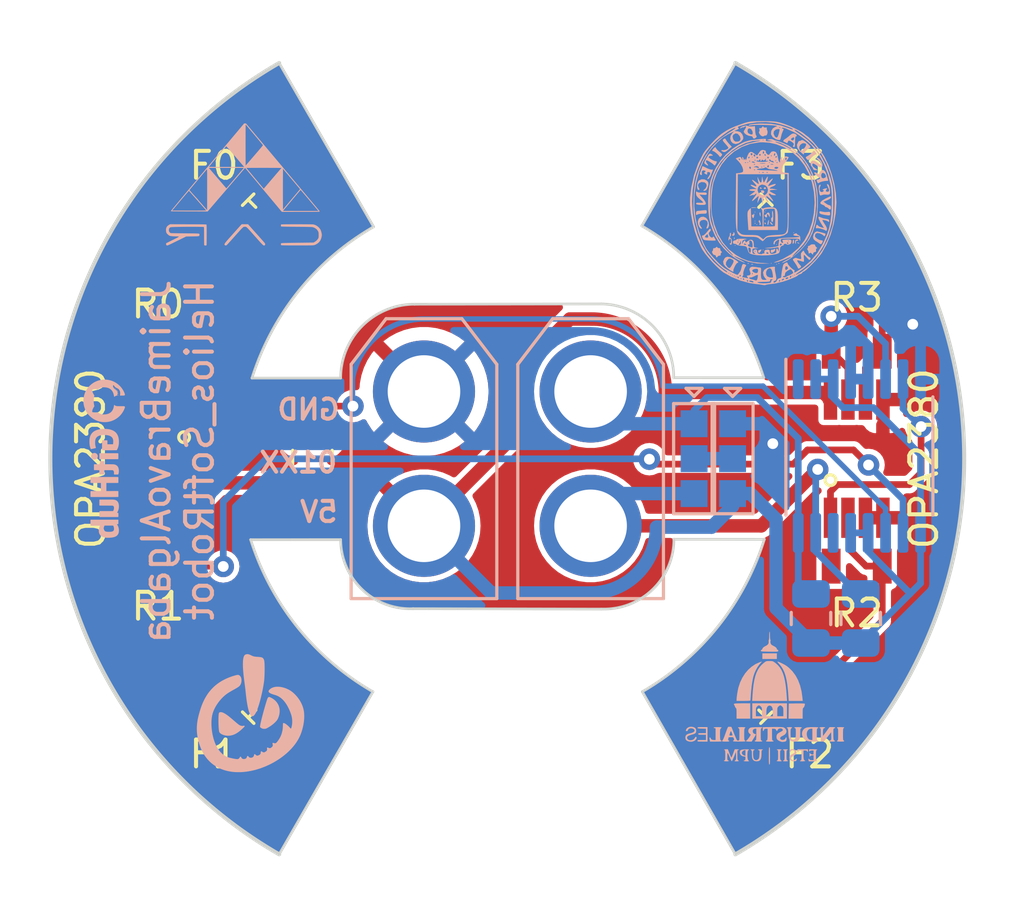
<source format=kicad_pcb>
(kicad_pcb (version 20221018) (generator pcbnew)
  (layers (0 "F.Cu" signal) (31 "B.Cu" signal) (34 "B.Paste" user) (35 "F.Paste" user) (36 "B.SilkS" user "B.Silkscreen") (37 "F.SilkS" user "F.Silkscreen") (38 "B.Mask" user) (39 "F.Mask" user) (44 "Edge.Cuts" user))
  (net 0 "")
  (net 1 "Net-(F0-K)")
  (net 2 "GND")
  (net 3 "Net-(F1-K)")
  (net 4 "Net-(F2-K)")
  (net 5 "Net-(F3-K)")
  (net 6 "SCL")
  (net 7 "SDA")
  (net 8 "Net-(JP1-C)")
  (net 9 "VCC")
  (net 10 "F0")
  (net 11 "F1")
  (net 12 "F2")
  (net 13 "F3")
  (footprint "Helios:OPA2380" (layer "F.Cu") (at 178 100)
    (fp_text reference "U1" hide)
    (fp_text value "OPA2380" (at 2.5 0 90) (layer "F.SilkS"))
    (pad "1" smd rect (at -0.975 2.2) (size 0.5 1.5) (layers "F.Cu" "F.Paste" "F.Mask") (net 12 "F2"))
    (pad "2" smd rect (at -0.325 2.2) (size 0.5 1.5) (layers "F.Cu" "F.Paste" "F.Mask") (net 4 "Net-(F2-K)"))
    (pad "3" smd rect (at 0.325 2.2) (size 0.5 1.5) (layers "F.Cu" "F.Paste" "F.Mask") (net 2 "GND"))
    (pad "4" smd rect (at 0.975 2.2) (size 0.5 1.5) (layers "F.Cu" "F.Paste" "F.Mask") (net 2 "GND"))
    (pad "5" smd rect (at 0.975 -2.2) (size 0.5 1.5) (layers "F.Cu" "F.Paste" "F.Mask") (net 2 "GND"))
    (pad "6" smd rect (at 0.325 -2.2) (size 0.5 1.5) (layers "F.Cu" "F.Paste" "F.Mask") (net 5 "Net-(F3-K)"))
    (pad "7" smd rect (at -0.325 -2.2) (size 0.5 1.5) (layers "F.Cu" "F.Paste" "F.Mask") (net 13 "F3"))
    (pad "8" smd rect (at -0.975 -2.2) (size 0.5 1.5) (layers "F.Cu" "F.Paste" "F.Mask") (net 9 "VCC"))
  )
  (footprint "Capacitor_SMD:C_0805_2012Metric" (layer "F.Cu") (at 157.75 99.95 -90)
    (fp_text reference "C1" hide)
    (fp_text value "C")
    (pad "1" smd roundrect (at -0.95 0 270) (size 1 1.45) (layers "F.Cu" "F.Paste" "F.Mask") (net 2 "GND"))
    (pad "2" smd roundrect (at 0.95 0 270) (size 1 1.45) (layers "F.Cu" "F.Paste" "F.Mask") (net 9 "VCC"))
  )
  (footprint "Helios:RS_0805" (layer "F.Cu") (at 152 96 180)
    (fp_text reference "R0" (at 0 1.75) (layer "F.SilkS"))
    (fp_text value "Rf")
    (pad "1" smd rect (at -0.95 0 180) (size 0.7 1.3) (layers "F.Cu" "F.Paste" "F.Mask") (net 10 "F0"))
    (pad "2" smd rect (at 0.95 0 180) (size 0.7 1.3) (layers "F.Cu" "F.Paste" "F.Mask") (net 1 "Net-(F0-K)"))
  )
  (footprint "Helios:SFH2704_Photodiode" (layer "F.Cu") (at 174.5 109.5 -135)
    (fp_text reference "F2" (at -0.176777 -2.298097) (layer "F.SilkS"))
    (fp_text value "SFH2704" hide)
    (pad "1" smd rect (at 0 -0.7 225) (size 1.9 0.4) (layers "F.Cu" "F.Paste" "F.Mask") (net 4 "Net-(F2-K)"))
    (pad "2" smd rect (at 0 0.7 225) (size 1.9 0.4) (layers "F.Cu" "F.Paste" "F.Mask") (net 2 "GND"))
  )
  (footprint "Helios:SFH2704_Photodiode" (layer "F.Cu") (at 155.5 90.5 45)
    (fp_text reference "F0" (at 0 -2.000001 180) (layer "F.SilkS"))
    (fp_text value "SFH2704" hide)
    (pad "1" smd rect (at 0 -0.7 45) (size 1.9 0.4) (layers "F.Cu" "F.Paste" "F.Mask") (net 1 "Net-(F0-K)"))
    (pad "2" smd rect (at 0 0.7 45) (size 1.9 0.4) (layers "F.Cu" "F.Paste" "F.Mask") (net 2 "GND"))
  )
  (footprint "Helios:RS_0805" (layer "F.Cu") (at 178 96)
    (fp_text reference "R3" (at 0 -2) (layer "F.SilkS"))
    (fp_text value "Rf")
    (pad "1" smd rect (at -0.95 0) (size 0.7 1.3) (layers "F.Cu" "F.Paste" "F.Mask") (net 13 "F3"))
    (pad "2" smd rect (at 0.95 0) (size 0.7 1.3) (layers "F.Cu" "F.Paste" "F.Mask") (net 5 "Net-(F3-K)"))
  )
  (footprint "Helios:OPA2380" (layer "F.Cu") (at 152 100 180)
    (fp_text reference "U0" hide)
    (fp_text value "OPA2380" (at 2.5 0 270) (layer "F.SilkS"))
    (pad "1" smd rect (at -0.975 2.2 180) (size 0.5 1.5) (layers "F.Cu" "F.Paste" "F.Mask") (net 10 "F0"))
    (pad "2" smd rect (at -0.325 2.2 180) (size 0.5 1.5) (layers "F.Cu" "F.Paste" "F.Mask") (net 1 "Net-(F0-K)"))
    (pad "3" smd rect (at 0.325 2.2 180) (size 0.5 1.5) (layers "F.Cu" "F.Paste" "F.Mask") (net 2 "GND"))
    (pad "4" smd rect (at 0.975 2.2 180) (size 0.5 1.5) (layers "F.Cu" "F.Paste" "F.Mask") (net 2 "GND"))
    (pad "5" smd rect (at 0.975 -2.2 180) (size 0.5 1.5) (layers "F.Cu" "F.Paste" "F.Mask") (net 2 "GND"))
    (pad "6" smd rect (at 0.325 -2.2 180) (size 0.5 1.5) (layers "F.Cu" "F.Paste" "F.Mask") (net 3 "Net-(F1-K)"))
    (pad "7" smd rect (at -0.325 -2.2 180) (size 0.5 1.5) (layers "F.Cu" "F.Paste" "F.Mask") (net 11 "F1"))
    (pad "8" smd rect (at -0.975 -2.2 180) (size 0.5 1.5) (layers "F.Cu" "F.Paste" "F.Mask") (net 9 "VCC"))
  )
  (footprint "Helios:SFH2704_Photodiode" (layer "F.Cu") (at 174.5 90.5 -45)
    (fp_text reference "F3" (at 0 -2.000001) (layer "F.SilkS"))
    (fp_text value "SFH2704" hide)
    (pad "1" smd rect (at 0 -0.7 315) (size 1.9 0.4) (layers "F.Cu" "F.Paste" "F.Mask") (net 5 "Net-(F3-K)"))
    (pad "2" smd rect (at 0 0.7 315) (size 1.9 0.4) (layers "F.Cu" "F.Paste" "F.Mask") (net 2 "GND"))
  )
  (footprint "Helios:SFH2704_Photodiode" (layer "F.Cu") (at 155.5 109.5 135)
    (fp_text reference "F1" (at -0.06066 -2.06066 180) (layer "F.SilkS"))
    (fp_text value "SFH2704" hide)
    (pad "1" smd rect (at 0 -0.7 135) (size 1.9 0.4) (layers "F.Cu" "F.Paste" "F.Mask") (net 3 "Net-(F1-K)"))
    (pad "2" smd rect (at 0 0.7 135) (size 1.9 0.4) (layers "F.Cu" "F.Paste" "F.Mask") (net 2 "GND"))
  )
  (footprint "Helios:RS_0805" (layer "F.Cu") (at 178 104)
    (fp_text reference "R2" (at 0 1.75) (layer "F.SilkS"))
    (fp_text value "Rf")
    (pad "1" smd rect (at -0.95 0) (size 0.7 1.3) (layers "F.Cu" "F.Paste" "F.Mask") (net 12 "F2"))
    (pad "2" smd rect (at 0.95 0) (size 0.7 1.3) (layers "F.Cu" "F.Paste" "F.Mask") (net 4 "Net-(F2-K)"))
  )
  (footprint "Helios:RS_0805" (layer "F.Cu") (at 152 104 180)
    (fp_text reference "R1" (at 0 -1.5) (layer "F.SilkS"))
    (fp_text value "Rf")
    (pad "1" smd rect (at -0.95 0 180) (size 0.7 1.3) (layers "F.Cu" "F.Paste" "F.Mask") (net 11 "F1"))
    (pad "2" smd rect (at 0.95 0 180) (size 0.7 1.3) (layers "F.Cu" "F.Paste" "F.Mask") (net 3 "Net-(F1-K)"))
  )
  (footprint "LOGO" (layer "B.Cu") (at 150 100 -90)
    (fp_text reference "G***" hide)
    (fp_text value "LOGO" hide)
  )
  (footprint "Resistor_SMD:R_0805_2012Metric" (layer "B.Cu") (at 178.15 105.95 90)
    (fp_text reference "R5" hide)
    (fp_text value "Rf")
    (pad "1" smd roundrect (at -0.9125 0 90) (size 1.025 1.4) (layers "B.Cu" "B.Paste" "B.Mask") (roundrect_rratio 0.243902439) (net 9 "VCC"))
    (pad "2" smd roundrect (at 0.9125 0 90) (size 1.025 1.4) (layers "B.Cu" "B.Paste" "B.Mask") (roundrect_rratio 0.243902439) (net 7 "SDA"))
  )
  (footprint "Jumper:SolderJumper-3_P1.3mm_Open_Pad1.0x1.5mm" (layer "B.Cu") (at 171.95 100 -90)
    (fp_text reference "JP2" hide)
    (fp_text value "Jumper_3_Open")
    (pad "1" smd rect (at -1.3 0 270) (size 1 1) (layers "B.Cu" "B.Mask") (net 6 "SCL"))
    (pad "2" smd rect (at 0 0 270) (size 1 1) (layers "B.Cu" "B.Mask") (net 8 "Net-(JP1-C)"))
    (pad "3" smd rect (at 1.3 0 270) (size 1 1) (layers "B.Cu" "B.Mask") (net 7 "SDA"))
  )
  (footprint "Package_SO:TSSOP-16_4.4x5mm_P0.65mm" (layer "B.Cu") (at 178.1 99.9 -90)
    (fp_text reference "U2" hide)
    (fp_text value "ADS112C04IPWR")
    (pad "1" smd roundrect (at -2.8625 2.275 270) (size 1.475 0.4) (layers "B.Cu" "B.Paste" "B.Mask") (net 8 "Net-(JP1-C)"))
    (pad "2" smd roundrect (at -2.8625 1.625 270) (size 1.475 0.4) (layers "B.Cu" "B.Paste" "B.Mask") (net 9 "VCC"))
    (pad "3" smd roundrect (at -2.8625 0.975 270) (size 1.475 0.4) (layers "B.Cu" "B.Paste" "B.Mask") (net 9 "VCC"))
    (pad "4" smd roundrect (at -2.8625 0.325 270) (size 1.475 0.4) (layers "B.Cu" "B.Paste" "B.Mask") (net 2 "GND"))
    (pad "5" smd roundrect (at -2.8625 -0.325 270) (size 1.475 0.4) (layers "B.Cu" "B.Paste" "B.Mask") (net 2 "GND"))
    (pad "6" smd roundrect (at -2.8625 -0.975 270) (size 1.475 0.4) (layers "B.Cu" "B.Paste" "B.Mask") (net 13 "F3"))
    (pad "7" smd roundrect (at -2.8625 -1.625 270) (size 1.475 0.4) (layers "B.Cu" "B.Paste" "B.Mask") (net 12 "F2"))
    (pad "8" smd roundrect (at -2.8625 -2.275 270) (size 1.475 0.4) (layers "B.Cu" "B.Paste" "B.Mask") (net 2 "GND"))
    (pad "9" smd roundrect (at 2.8625 -2.275 270) (size 1.475 0.4) (layers "B.Cu" "B.Paste" "B.Mask") (net 9 "VCC"))
    (pad "10" smd roundrect (at 2.8625 -1.625 270) (size 1.475 0.4) (layers "B.Cu" "B.Paste" "B.Mask") (net 11 "F1"))
    (pad "11" smd roundrect (at 2.8625 -0.975 270) (size 1.475 0.4) (layers "B.Cu" "B.Paste" "B.Mask") (net 10 "F0"))
    (pad "12" smd roundrect (at 2.8625 -0.325 270) (size 1.475 0.4) (layers "B.Cu" "B.Paste" "B.Mask") (net 9 "VCC"))
    (pad "13" smd roundrect (at 2.8625 0.325 270) (size 1.475 0.4) (layers "B.Cu" "B.Paste" "B.Mask") (net 9 "VCC"))
    (pad "14" smd roundrect (at 2.8625 0.975 270) (size 1.475 0.4) (layers "B.Cu" "B.Paste" "B.Mask"))
    (pad "15" smd roundrect (at 2.8625 1.625 270) (size 1.475 0.4) (layers "B.Cu" "B.Paste" "B.Mask") (net 7 "SDA"))
    (pad "16" smd roundrect (at 2.8625 2.275 270) (size 1.475 0.4) (layers "B.Cu" "B.Paste" "B.Mask") (net 6 "SCL"))
  )
  (footprint "LOGO" (layer "B.Cu") (at 155.448 109.474 180)
    (fp_text reference "G***" hide)
    (fp_text value "LOGO" hide)
  )
  (footprint "Resistor_SMD:R_0805_2012Metric" (layer "B.Cu") (at 176.3 105.95 90)
    (fp_text reference "R4" hide)
    (fp_text value "Rf")
    (pad "1" smd roundrect (at -0.9125 0 90) (size 1.025 1.4) (layers "B.Cu" "B.Paste" "B.Mask") (roundrect_rratio 0.243902439) (net 9 "VCC"))
    (pad "2" smd roundrect (at 0.9125 0 90) (size 1.025 1.4) (layers "B.Cu" "B.Paste" "B.Mask") (roundrect_rratio 0.243902439) (net 6 "SCL"))
  )
  (footprint "Jumper:SolderJumper-3_P1.3mm_Open_Pad1.0x1.5mm" (layer "B.Cu") (at 173.3825 100 -90)
    (fp_text reference "JP1" hide)
    (fp_text value "Jumper_3_Open")
    (pad "1" smd rect (at -1.3 0 270) (size 1 1) (layers "B.Cu" "B.Mask") (net 2 "GND"))
    (pad "2" smd rect (at 0 0 270) (size 1 1) (layers "B.Cu" "B.Mask") (net 8 "Net-(JP1-C)"))
    (pad "3" smd rect (at 1.3 0 270) (size 1 1) (layers "B.Cu" "B.Mask") (net 9 "VCC"))
  )
  (footprint "LOGO" (layer "B.Cu") (at 155.194 89.789 180)
    (fp_text reference "G***" hide)
    (fp_text value "LOGO" hide)
  )
  (footprint "LOGO" (layer "B.Cu") (at 174.625 109.093 180)
    (fp_text reference "G***" hide)
    (fp_text value "LOGO" hide)
  )
  (footprint "XTConnectors:XT30U-M_1x02_P5.0mm_Vertical" (layer "B.Cu") (at 168.1 97.5 -90)
    (fp_text reference "J2" hide)
    (fp_text value "I2C")
    (pad "1" thru_hole circle (at 0 0 270) (size 3.8 3.8) (drill 2.7) (layers "*.Cu" "*.Mask") (net 6 "SCL"))
    (pad "2" thru_hole circle (at 5 0 270) (size 3.8 3.8) (drill 2.7) (layers "*.Cu" "*.Mask") (net 7 "SDA"))
  )
  (footprint "XTConnectors:XT30U-M_1x02_P5.0mm_Vertical" (layer "B.Cu") (at 161.9 97.5 -90)
    (fp_text reference "J1" hide)
    (fp_text value "POW")
    (pad "1" thru_hole circle (at 0 0 270) (size 3.8 3.8) (drill 2.7) (layers "*.Cu" "*.Mask") (net 2 "GND"))
    (pad "2" thru_hole circle (at 5 0 270) (size 3.8 3.8) (drill 2.7) (layers "*.Cu" "*.Mask") (net 9 "VCC"))
  )
  (footprint "LOGO" (layer "B.Cu") (at 174.5 90.5 180)
    (fp_text reference "G***" hide)
    (fp_text value "LOGO" hide)
  )
  (gr_line (start 161.499588 105.584388) (end 168.5 105.6) (stroke (width 0.1)) (layer "Edge.Cuts"))
  (gr_line (start 160.025772 91.368253) (end 156.511923 85.270692) (stroke (width 0.1)) (layer "Edge.Cuts"))
  (gr_arc (start 160 108.676765) (mid 157.193985 106.273147) (end 155.450535 103.01562) (stroke (width 0.1)) (layer "Edge.Cuts"))
  (gr_line (start 160 108.676765) (end 156.511923 114.729308) (stroke (width 0.1)) (layer "Edge.Cuts"))
  (gr_line (start 174.54251 96.986576) (end 171.193182 96.985418) (stroke (width 0.1)) (layer "Edge.Cuts"))
  (gr_arc (start 168.495716 94.239956) (mid 170.408834 95.058168) (end 171.193182 96.985418) (stroke (width 0.1)) (layer "Edge.Cuts"))
  (gr_line (start 161.55 94.25) (end 168.495716 94.239956) (stroke (width 0.1)) (layer "Edge.Cuts"))
  (gr_arc (start 156.511923 114.729308) (mid 147.999382 100) (end 156.511923 85.270692) (stroke (width 0.15)) (layer "Edge.Cuts"))
  (gr_arc (start 171.2 103.001201) (mid 170.402281 104.873392) (end 168.500126 105.59676) (stroke (width 0.1)) (layer "Edge.Cuts"))
  (gr_line (start 170.02417 108.675165) (end 173.48684 114.729308) (stroke (width 0.1)) (layer "Edge.Cuts"))
  (gr_arc (start 155.5 97) (mid 157.234373 93.759404) (end 160.025772 91.368253) (stroke (width 0.1)) (layer "Edge.Cuts"))
  (gr_arc (start 170.007011 91.335701) (mid 172.804181 93.736216) (end 174.54251 96.986576) (stroke (width 0.1)) (layer "Edge.Cuts"))
  (gr_line (start 173.48684 85.270692) (end 170.007011 91.335701) (stroke (width 0.1)) (layer "Edge.Cuts"))
  (gr_arc (start 174.564203 103.004462) (mid 172.825879 106.265493) (end 170.02417 108.675165) (stroke (width 0.1)) (layer "Edge.Cuts"))
  (gr_line (start 171.2 103.001201) (end 174.564203 103.004462) (stroke (width 0.1)) (layer "Edge.Cuts"))
  (gr_line (start 155.450535 103.01562) (end 158.8 103.013217) (stroke (width 0.1)) (layer "Edge.Cuts"))
  (gr_line (start 155.5 97) (end 158.8 97) (stroke (width 0.1)) (layer "Edge.Cuts"))
  (gr_arc (start 161.499588 105.584388) (mid 159.602712 104.873208) (end 158.8 103.013217) (stroke (width 0.1)) (layer "Edge.Cuts"))
  (gr_arc (start 158.8 97) (mid 159.605456 95.055456) (end 161.55 94.25) (stroke (width 0.1)) (layer "Edge.Cuts"))
  (gr_arc (start 173.48684 85.270692) (mid 181.999381 100) (end 173.48684 114.729308) (stroke (width 0.15)) (layer "Edge.Cuts"))
  (gr_text "JaimeBravoAlgaba\nHelios_SoftRobot" (at 152.75 93.25 90) (layer "B.SilkS") (effects (font (size 1 1)) (justify left mirror)))
  (gr_text "GND" (at 157.607 98.171) (layer "B.SilkS") (effects (font (size 0.75 0.75)) (justify mirror)))
  (gr_text "01XX" (at 158.75 100.584) (layer "B.SilkS") (effects (font (size 0.75 0.75)) (justify left bottom mirror)))
  (gr_text "5V" (at 157.988 101.981) (layer "B.SilkS") (effects (font (size 0.75 0.75)) (justify mirror)))
  (segment (start 151.425 96) (end 152.325 96.9) (width 0.25) (layer "F.Cu") (net 1))
  (segment (start 151.05 93.96005) (end 151.05 96) (width 0.25) (layer "F.Cu") (net 1))
  (segment (start 151.05 96) (end 151.425 96) (width 0.25) (layer "F.Cu") (net 1))
  (segment (start 152.325 96.9) (end 152.325 97.8) (width 0.25) (layer "F.Cu") (net 1))
  (segment (start 155.005025 90.005025) (end 151.05 93.96005) (width 0.25) (layer "F.Cu") (net 1))
  (via (at 180.086 94.996) (size 0.8) (drill 0.4) (layers "F.Cu" "B.Cu") (net 2))
  (via (at 174.879 99.441) (size 0.8) (drill 0.4) (layers "F.Cu" "B.Cu") (net 2))
  (segment (start 151.05 104) (end 151.675 103.375) (width 0.25) (layer "F.Cu") (net 3))
  (segment (start 155.005025 109.994975) (end 151.05 106.03995) (width 0.25) (layer "F.Cu") (net 3))
  (segment (start 151.675 103.375) (end 151.675 102.2) (width 0.25) (layer "F.Cu") (net 3))
  (segment (start 151.05 106.03995) (end 151.05 104) (width 0.25) (layer "F.Cu") (net 3))
  (segment (start 178.95 104) (end 178.35 104) (width 0.25) (layer "F.Cu") (net 4))
  (segment (start 177.75 103.4) (end 177.75 102.275) (width 0.25) (layer "F.Cu") (net 4))
  (segment (start 178.35 104) (end 177.75 103.4) (width 0.25) (layer "F.Cu") (net 4))
  (segment (start 174.994975 109.994975) (end 178.95 106.03995) (width 0.25) (layer "F.Cu") (net 4))
  (segment (start 178.95 106.03995) (end 178.95 104) (width 0.25) (layer "F.Cu") (net 4))
  (segment (start 177.75 102.275) (end 177.675 102.2) (width 0.25) (layer "F.Cu") (net 4))
  (segment (start 178.95 96) (end 178.325 96.625) (width 0.25) (layer "F.Cu") (net 5))
  (segment (start 178.325 96.625) (end 178.325 97.8) (width 0.25) (layer "F.Cu") (net 5))
  (segment (start 178.95 93.96005) (end 178.95 96) (width 0.25) (layer "F.Cu") (net 5))
  (segment (start 174.994975 90.005025) (end 178.95 93.96005) (width 0.25) (layer "F.Cu") (net 5))
  (segment (start 171.95 98.2) (end 171.95 98.7) (width 0.25) (layer "B.Cu") (net 6))
  (segment (start 175.825 99.244) (end 174.306 97.725) (width 0.25) (layer "B.Cu") (net 6))
  (segment (start 175.825 102.7625) (end 175.825 99.244) (width 0.25) (layer "B.Cu") (net 6))
  (segment (start 172.425 97.725) (end 171.95 98.2) (width 0.25) (layer "B.Cu") (net 6))
  (segment (start 175.825 102.7625) (end 175.825 104.5625) (width 0.25) (layer "B.Cu") (net 6))
  (segment (start 169.3 98.7) (end 168.1 97.5) (width 0.5) (layer "B.Cu") (net 6))
  (segment (start 175.825 104.5625) (end 176.3 105.0375) (width 0.25) (layer "B.Cu") (net 6))
  (segment (start 171.95 98.7) (end 169.3 98.7) (width 0.5) (layer "B.Cu") (net 6))
  (segment (start 174.306 97.725) (end 172.425 97.725) (width 0.25) (layer "B.Cu") (net 6))
  (segment (start 174.45 102.5) (end 168.1 102.5) (width 0.5) (layer "F.Cu") (net 7))
  (segment (start 176.5495 100.4005) (end 174.45 102.5) (width 0.5) (layer "F.Cu") (net 7))
  (via (at 176.5495 100.4005) (size 0.8) (drill 0.4) (layers "F.Cu" "B.Cu") (net 7))
  (segment (start 171.95 101.3) (end 169.3 101.3) (width 0.5) (layer "B.Cu") (net 7))
  (segment (start 178.061459 105.0375) (end 178.15 105.0375) (width 0.25) (layer "B.Cu") (net 7))
  (segment (start 176.475 102.7625) (end 176.475 103.451041) (width 0.25) (layer "B.Cu") (net 7))
  (segment (start 176.5495 100.4005) (end 176.475 100.475) (width 0.25) (layer "B.Cu") (net 7))
  (segment (start 176.475 103.451041) (end 178.061459 105.0375) (width 0.25) (layer "B.Cu") (net 7))
  (segment (start 169.3 101.3) (end 168.1 102.5) (width 0.5) (layer "B.Cu") (net 7))
  (segment (start 176.475 100.475) (end 176.475 102.7625) (width 0.25) (layer "B.Cu") (net 7))
  (segment (start 171.95 100) (end 173.3825 100) (width 0.5) (layer "B.Cu") (net 8))
  (segment (start 157.75 100.9) (end 154.275 100.9) (width 0.5) (layer "F.Cu") (net 9))
  (segment (start 176.975 97.8) (end 176.975 97.75) (width 0.5) (layer "F.Cu") (net 9))
  (segment (start 176.761 97.536) (end 170.882484 97.536) (width 0.5) (layer "F.Cu") (net 9))
  (segment (start 165.608 96.52) (end 165.608 98.792) (width 0.5) (layer "F.Cu") (net 9))
  (segment (start 165.608 98.792) (end 161.9 102.5) (width 0.5) (layer "F.Cu") (net 9))
  (segment (start 157.75 100.9) (end 160.3 100.9) (width 0.5) (layer "F.Cu") (net 9))
  (segment (start 154.275 100.9) (end 153.025 102.15) (width 0.5) (layer "F.Cu") (net 9))
  (segment (start 176.975 97.75) (end 176.761 97.536) (width 0.5) (layer "F.Cu") (net 9))
  (segment (start 153.025 102.15) (end 153.025 102.2) (width 0.5) (layer "F.Cu") (net 9))
  (segment (start 168.149215 94.801516) (end 167.326484 94.801516) (width 0.5) (layer "F.Cu") (net 9))
  (segment (start 160.3 100.9) (end 161.9 102.5) (width 0.5) (layer "F.Cu") (net 9))
  (segment (start 167.326484 94.801516) (end 165.608 96.52) (width 0.5) (layer "F.Cu") (net 9))
  (arc (start 170.882484 97.536) (mid 170.081999 95.60286) (end 168.149215 94.801516) (width 0.5) (layer "F.Cu") (net 9))
  (segment (start 174.05 101.3) (end 175 102.25) (width 0.5) (layer "B.Cu") (net 9))
  (segment (start 179.98125 105.007291) (end 179.98125 105.03125) (width 0.25) (layer "B.Cu") (net 9))
  (segment (start 161.9 102.5) (end 164.4 105) (width 0.5) (layer "B.Cu") (net 9))
  (segment (start 172.6 102.55) (end 170.55 102.55) (width 0.5) (layer "B.Cu") (net 9))
  (segment (start 180.375 102.7625) (end 180.375 104.6375) (width 0.25) (layer "B.Cu") (net 9))
  (segment (start 177.125 97.0375) (end 177.125 97.726041) (width 0.25) (layer "B.Cu") (net 9))
  (segment (start 175 105.5625) (end 176.3 106.8625) (width 0.5) (layer "B.Cu") (net 9))
  (segment (start 180.375 99.857) (end 180.375 102.7625) (width 0.25) (layer "B.Cu") (net 9))
  (segment (start 180.375 104.6375) (end 179.98125 105.03125) (width 0.25) (layer "B.Cu") (net 9))
  (segment (start 176.3 106.8625) (end 178.15 106.8625) (width 0.5) (layer "B.Cu") (net 9))
  (segment (start 178.425 102.7625) (end 178.425 103.451041) (width 0.25) (layer "B.Cu") (net 9))
  (segment (start 179.98125 105.03125) (end 178.15 106.8625) (width 0.25) (layer "B.Cu") (net 9))
  (segment (start 178.425 103.451041) (end 179.98125 105.007291) (width 0.25) (layer "B.Cu") (net 9))
  (segment (start 173.3825 101.3) (end 173.3825 101.7675) (width 0.5) (layer "B.Cu") (net 9))
  (segment (start 175 102.25) (end 175 105.5625) (width 0.5) (layer "B.Cu") (net 9))
  (segment (start 178.618 98.1) (end 180.375 99.857) (width 0.25) (layer "B.Cu") (net 9))
  (segment (start 177.775 102.7625) (end 178.425 102.7625) (width 0.25) (layer "B.Cu") (net 9))
  (segment (start 177.125 97.0375) (end 176.475 97.0375) (width 0.25) (layer "B.Cu") (net 9))
  (segment (start 173.3825 101.3) (end 174.05 101.3) (width 0.5) (layer "B.Cu") (net 9))
  (segment (start 177.498959 98.1) (end 178.618 98.1) (width 0.25) (layer "B.Cu") (net 9))
  (segment (start 164.4 105) (end 168.1 105) (width 0.5) (layer "B.Cu") (net 9))
  (segment (start 173.3825 101.7675) (end 172.6 102.55) (width 0.5) (layer "B.Cu") (net 9))
  (segment (start 177.125 97.726041) (end 177.498959 98.1) (width 0.25) (layer "B.Cu") (net 9))
  (arc (start 170.55 102.55) (mid 169.832412 104.282412) (end 168.1 105) (width 0.5) (layer "B.Cu") (net 9))
  (segment (start 153.219 98.044) (end 152.975 97.8) (width 0.25) (layer "F.Cu") (net 10))
  (segment (start 152.95 97.775) (end 152.975 97.8) (width 0.25) (layer "F.Cu") (net 10))
  (segment (start 152.95 96) (end 152.95 97.775) (width 0.25) (layer "F.Cu") (net 10))
  (segment (start 159.258 98.044) (end 153.219 98.044) (width 0.25) (layer "F.Cu") (net 10))
  (via (at 159.258 98.044) (size 0.8) (drill 0.4) (layers "F.Cu" "B.Cu") (net 10))
  (segment (start 159.241709 98.027709) (end 159.241709 97.01285) (width 0.2) (layer "B.Cu") (net 10))
  (segment (start 159.258 98.044) (end 159.241709 98.027709) (width 0.2) (layer "B.Cu") (net 10))
  (segment (start 161.915994 94.8) (end 168.1 94.8) (width 0.2) (layer "B.Cu") (net 10))
  (segment (start 179.075 101.859) (end 179.075 102.7625) (width 0.2) (layer "B.Cu") (net 10))
  (segment (start 174.516 97.3) (end 179.075 101.859) (width 0.2) (layer "B.Cu") (net 10))
  (segment (start 170.8 97.3) (end 174.516 97.3) (width 0.2) (layer "B.Cu") (net 10))
  (arc (start 159.241709 97.01285) (mid 160.171425 95.425867) (end 161.9 94.8) (width 0.2) (layer "B.Cu") (net 10))
  (arc (start 168.1 94.8) (mid 169.938643 95.522782) (end 170.792888 97.304154) (width 0.2) (layer "B.Cu") (net 10))
  (segment (start 152.95 104) (end 154.419 104) (width 0.25) (layer "F.Cu") (net 11))
  (segment (start 152.95 104) (end 152.325 103.375) (width 0.25) (layer "F.Cu") (net 11))
  (segment (start 154.419 104) (end 154.432 104.013) (width 0.25) (layer "F.Cu") (net 11))
  (segment (start 175.641 100.203) (end 176.1685 99.6755) (width 0.25) (layer "F.Cu") (net 11))
  (segment (start 170.469038 100.203) (end 175.641 100.203) (width 0.25) (layer "F.Cu") (net 11))
  (segment (start 176.1685 99.6755) (end 177.880744 99.6755) (width 0.25) (layer "F.Cu") (net 11))
  (segment (start 152.325 103.375) (end 152.325 102.2) (width 0.25) (layer "F.Cu") (net 11))
  (segment (start 170.285977 100.019939) (end 170.469038 100.203) (width 0.25) (layer "F.Cu") (net 11))
  (segment (start 177.880744 99.6755) (end 178.440372 100.235128) (width 0.25) (layer "F.Cu") (net 11))
  (via (at 154.432 104.013) (size 0.8) (drill 0.4) (layers "F.Cu" "B.Cu") (net 11))
  (via (at 170.285977 100.019939) (size 0.8) (drill 0.4) (layers "F.Cu" "B.Cu") (net 11))
  (via (at 178.440372 100.235128) (size 0.8) (drill 0.4) (layers "F.Cu" "B.Cu") (net 11))
  (segment (start 179.725 101.519756) (end 179.725 102.7625) (width 0.25) (layer "B.Cu") (net 11))
  (segment (start 170.285977 100.019939) (end 170.285977 100.012932) (width 0.25) (layer "B.Cu") (net 11))
  (segment (start 156.026076 100.005924) (end 154.432 101.6) (width 0.25) (layer "B.Cu") (net 11))
  (segment (start 178.440372 100.235128) (end 179.725 101.519756) (width 0.25) (layer "B.Cu") (net 11))
  (segment (start 154.432 101.6) (end 154.432 104.013) (width 0.25) (layer "B.Cu") (net 11))
  (segment (start 170.285977 100.019939) (end 170.271962 100.005924) (width 0.25) (layer "B.Cu") (net 11))
  (segment (start 170.285977 100.012932) (end 170.278969 100.005924) (width 0.25) (layer "B.Cu") (net 11))
  (segment (start 170.271962 100.005924) (end 156.026076 100.005924) (width 0.25) (layer "B.Cu") (net 11))
  (segment (start 180.396 100.528) (end 179.959 100.965) (width 0.25) (layer "F.Cu") (net 12))
  (segment (start 177.285 100.965) (end 177.025 101.225) (width 0.25) (layer "F.Cu") (net 12))
  (segment (start 179.959 100.965) (end 177.285 100.965) (width 0.25) (layer "F.Cu") (net 12))
  (segment (start 177.025 101.225) (end 177.025 102.2) (width 0.25) (layer "F.Cu") (net 12))
  (segment (start 177.05 104) (end 177.05 102.225) (width 0.25) (layer "F.Cu") (net 12))
  (segment (start 177.05 102.225) (end 177.025 102.2) (width 0.25) (layer "F.Cu") (net 12))
  (segment (start 180.396 98.806) (end 180.396 100.528) (width 0.25) (layer "F.Cu") (net 12))
  (via (at 180.396 98.806) (size 0.8) (drill 0.4) (layers "F.Cu" "B.Cu") (net 12))
  (segment (start 180.396 98.806) (end 179.725 98.135) (width 0.25) (layer "B.Cu") (net 12))
  (segment (start 179.725 98.135) (end 179.725 97.0375) (width 0.25) (layer "B.Cu") (net 12))
  (segment (start 177.05 94.7) (end 177.05 96) (width 0.5) (layer "F.Cu") (net 13))
  (segment (start 177.675 96.625) (end 177.675 97.8) (width 0.25) (layer "F.Cu") (net 13))
  (segment (start 177.05 96) (end 177.675 96.625) (width 0.25) (layer "F.Cu") (net 13))
  (via (at 177.05 94.7) (size 0.8) (drill 0.4) (layers "F.Cu" "B.Cu") (net 13))
  (segment (start 178.05 94.7) (end 177.05 94.7) (width 0.25) (layer "B.Cu") (net 13))
  (segment (start 179.075 97.0375) (end 179.075 95.725) (width 0.25) (layer "B.Cu") (net 13))
  (segment (start 179.075 95.725) (end 178.05 94.7) (width 0.25) (layer "B.Cu") (net 13))
  (zone (net 2) (net_name "GND") (layers "F&B.Cu") (connect_pads (clearance 0)) (min_thickness 0.25) (fill yes (thermal_gap 0.5) (thermal_bridge_width 0.5))
    (polygon (pts (xy 146.125013 83.82) (xy 184.225013 83.82) (xy 184.225013 116.84) (xy 146.125013 116.84)))
  )
)
</source>
